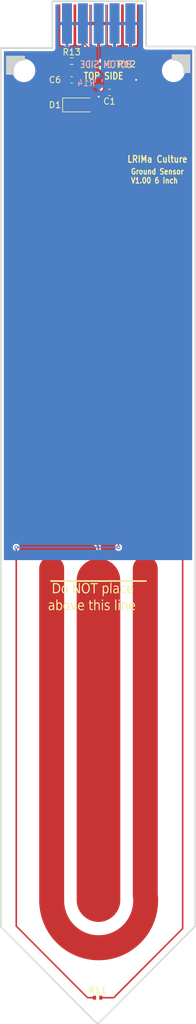
<source format=kicad_pcb>
(kicad_pcb (version 20241229) (generator "pcbnew") (generator_version "9.0")
  (layers (0 "F.Cu" signal "Top Layer") (2 "B.Cu" signal "Bottom Layer") (13 "F.Paste" user "Top Paste Mask Layer") (15 "B.Paste" user "Bottom Paste Mask Layer") (5 "F.SilkS" user "Top Silkscreen Layer") (7 "B.SilkS" user "Bottom Silkscreen Layer") (1 "F.Mask" user "Top Solder Mask Layer") (3 "B.Mask" user "Bottom Solder Mask Layer") (25 "Edge.Cuts" user "Multi-Layer"))
  (net 0 "")
  (net 1 "GND")
  (net 2 "IN_CLOCK_GND_HUM")
  (net 3 "GROUND_TEMP_ENABLE")
  (net 4 "AOUT_GND_HUM")
  (net 5 "AOUT_GND_TEMP")
  (net 6 "BOT_RESI")
  (footprint "MountingHole:MountingHole_3.2mm_M3" (layer "F.Cu") (at 138 32.5)
    (property "Reference" "H1" (hide yes))
    (property "Value" "MountingHole" (hide yes))
    (pad "" np_thru_hole circle (at 0 0) (size 3.2 3.2) (drill 3.2) (layers "*.Cu" "*.Mask"))
  )
  (footprint "Capacitor_SMD:C_0603_1608Metric" (layer "F.Cu") (at 151.725 36 180)
    (property "Reference" "C1" (at 0 -1.43 0) (layer "F.SilkS"))
    (property "Value" "10nF")
    (fp_line (start -0.14058 0.51) (end 0.14058 0.51) (stroke (width 0.12)) (layer "F.SilkS"))
    (fp_line (start -0.14058 -0.51) (end 0.14058 -0.51) (stroke (width 0.12)) (layer "F.SilkS"))
    (pad "1" smd roundrect (at -0.775 0 180) (size 0.9 0.95) (layers "F.Cu" "F.Mask" "F.Paste") (net 5 "AOUT_GND_TEMP"))
    (pad "2" smd roundrect (at 0.775 0 180) (size 0.9 0.95) (layers "F.Cu" "F.Mask" "F.Paste") (net 1 "GND"))
  )
  (footprint "Connector_PCBEdge:Edge_Finger_5P" (layer "F.Cu") (at 149.771568 25.32)
    (property "Reference" "J1" (hide yes))
    (property "Value" "Finger Join" (hide yes))
    (pad "1" connect roundrect (at -4.848431 -0.32 270) (size 6.46 1.6) (layers "B.Cu" "B.Mask") (roundrect_rratio 0) (chamfer_ratio 0.2) (chamfer) (net 1 "GND"))
    (pad "2" connect roundrect (at -4.851568 -0.32 90) (size 6.46 1.6) (layers "F.Cu" "F.Mask") (roundrect_rratio 0) (chamfer_ratio 0.2) (chamfer) (net 4 "AOUT_GND_HUM"))
    (pad "3" connect roundrect (at -2.308431 -0.32 270) (size 6.46 1.6) (layers "B.Cu" "B.Mask") (roundrect_rratio 0) (chamfer_ratio 0.2) (chamfer) (net 1 "GND"))
    (pad "4" connect roundrect (at -2.311568 -0.32 90) (size 6.46 1.6) (layers "F.Cu" "F.Mask") (roundrect_rratio 0) (chamfer_ratio 0.2) (chamfer) (net 2 "IN_CLOCK_GND_HUM"))
    (pad "5" connect roundrect (at 0.231569 -0.32 270) (size 6.46 1.6) (layers "B.Cu" "B.Mask") (roundrect_rratio 0) (chamfer_ratio 0.2) (chamfer) (net 6 "BOT_RESI"))
    (pad "6" connect roundrect (at 0.228432 -0.32 90) (size 6.46 1.6) (layers "F.Cu" "F.Mask") (roundrect_rratio 0) (chamfer_ratio 0.2) (chamfer) (net 1 "GND"))
    (pad "7" connect roundrect (at 2.771569 -0.32 270) (size 6.46 1.6) (layers "B.Cu" "B.Mask") (roundrect_rratio 0) (chamfer_ratio 0.2) (chamfer) (net 1 "GND"))
    (pad "8" connect roundrect (at 2.768432 -0.32 90) (size 6.46 1.6) (layers "F.Cu" "F.Mask") (roundrect_rratio 0) (chamfer_ratio 0.2) (chamfer) (net 5 "AOUT_GND_TEMP"))
    (pad "9" connect roundrect (at 5.311569 -0.32 270) (size 6.46 1.6) (layers "B.Cu" "B.Mask") (roundrect_rratio 0) (chamfer_ratio 0.2) (chamfer) (net 1 "GND"))
    (pad "10" connect roundrect (at 5.308432 -0.32 90) (size 6.46 1.6) (layers "F.Cu" "F.Mask") (roundrect_rratio 0) (chamfer_ratio 0.2) (chamfer) (net 3 "GROUND_TEMP_ENABLE"))
  )
  (footprint "Diode_SMD:D_MiniMELF" (layer "F.Cu") (at 146.89 38)
    (property "Reference" "D1" (at -3.89 0 0) (layer "F.SilkS"))
    (property "Value" "LL4148")
    (fp_line (start -2.66 -1.11) (end -2.66 1.11) (stroke (width 0.12)) (layer "F.SilkS"))
    (fp_line (start -2.66 1.11) (end 1.75 1.11) (stroke (width 0.12)) (layer "F.SilkS"))
    (fp_line (start 1.75 -1.11) (end -2.66 -1.11) (stroke (width 0.12)) (layer "F.SilkS"))
    (pad "1" smd roundrect (at -1.75 0) (size 1.3 1.7) (layers "F.Cu" "F.Mask" "F.Paste") (roundrect_rratio 0.1923076923) (net 4 "AOUT_GND_HUM"))
    (pad "2" smd roundrect (at 1.75 0) (size 1.3 1.7) (layers "F.Cu" "F.Mask" "F.Paste") (roundrect_rratio 0.1923076923) (net 2 "IN_CLOCK_GND_HUM"))
  )
  (footprint "Resistor_SMD:R_0402_1005Metric" (layer "F.Cu") (at 149.8385 180.5)
    (property "Reference" "R11" (at 0 -1.17 0) (layer "F.SilkS"))
    (property "Value" "NCP15XH103F03RC")
    (fp_line (start -0.153641 -0.38) (end 0.153641 -0.38) (stroke (width 0.12)) (layer "F.SilkS"))
    (fp_line (start -0.153641 0.38) (end 0.153641 0.38) (stroke (width 0.12)) (layer "F.SilkS"))
    (pad "1" smd roundrect (at -0.51 0) (size 0.54 0.64) (layers "F.Cu" "F.Mask" "F.Paste") (net 5 "AOUT_GND_TEMP"))
    (pad "2" smd roundrect (at 0.51 0) (size 0.54 0.64) (layers "F.Cu" "F.Mask" "F.Paste") (net 3 "GROUND_TEMP_ENABLE"))
  )
  (footprint "Resistor_SMD:R_0603_1608Metric" (layer "F.Cu") (at 145.675 31)
    (property "Reference" "R13" (at 0 -1.43 0) (layer "F.SilkS"))
    (property "Value" "1MΩ")
    (fp_line (start -0.237258 -0.5225) (end 0.237258 -0.5225) (stroke (width 0.12)) (layer "F.SilkS"))
    (fp_line (start -0.237258 0.5225) (end 0.237258 0.5225) (stroke (width 0.12)) (layer "F.SilkS"))
    (pad "1" smd roundrect (at -0.825 0) (size 0.8 0.95) (layers "F.Cu" "F.Mask" "F.Paste") (net 4 "AOUT_GND_HUM"))
    (pad "2" smd roundrect (at 0.825 0) (size 0.8 0.95) (layers "F.Cu" "F.Mask" "F.Paste") (net 1 "GND"))
  )
  (footprint "MountingHole:MountingHole_3.2mm_M3" (layer "F.Cu") (at 162 32.5)
    (property "Reference" "H2" (hide yes))
    (property "Value" "MountingHole" (hide yes))
    (pad "" np_thru_hole circle (at 0 0) (size 3.2 3.2) (drill 3.2) (layers "*.Cu" "*.Mask"))
  )
  (footprint "Resistor_SMD:R_0603_1608Metric" (layer "F.Cu") (at 151.675 31.5)
    (property "Reference" "R12" (at 2.825 0 0) (layer "F.SilkS"))
    (property "Value" "10kΩ")
    (fp_line (start -0.237258 -0.5225) (end 0.237258 -0.5225) (stroke (width 0.12)) (layer "F.SilkS"))
    (fp_line (start -0.237258 0.5225) (end 0.237258 0.5225) (stroke (width 0.12)) (layer "F.SilkS"))
    (pad "1" smd roundrect (at -0.825 0) (size 0.8 0.95) (layers "F.Cu" "F.Mask" "F.Paste") (net 1 "GND"))
    (pad "2" smd roundrect (at 0.825 0) (size 0.8 0.95) (layers "F.Cu" "F.Mask" "F.Paste") (net 5 "AOUT_GND_TEMP"))
  )
  (footprint "Capacitor_SMD:C_0603_1608Metric" (layer "F.Cu") (at 145.675 34 180)
    (property "Reference" "C6" (at 2.675 0 0) (layer "F.SilkS"))
    (property "Value" "1nF")
    (fp_line (start -0.14058 0.51) (end 0.14058 0.51) (stroke (width 0.12)) (layer "F.SilkS"))
    (fp_line (start -0.14058 -0.51) (end 0.14058 -0.51) (stroke (width 0.12)) (layer "F.SilkS"))
    (pad "1" smd roundrect (at -0.775 0 180) (size 0.9 0.95) (layers "F.Cu" "F.Mask" "F.Paste") (net 1 "GND"))
    (pad "2" smd roundrect (at 0.775 0 180) (size 0.9 0.95) (layers "F.Cu" "F.Mask" "F.Paste") (net 4 "AOUT_GND_HUM"))
  )
  (footprint "Resistor_SMD:R_0603_1608Metric" (layer "B.Cu") (at 150 34.175 -90)
    (property "Reference" "R14" (at 0.325 2 180) (layer "B.SilkS") (effects (justify mirror)))
    (property "Value" "10kΩ")
    (fp_line (start -0.237258 0.5225) (end 0.237258 0.5225) (stroke (width 0.12)) (layer "B.SilkS"))
    (fp_line (start -0.237258 -0.5225) (end 0.237258 -0.5225) (stroke (width 0.12)) (layer "B.SilkS"))
    (pad "1" smd roundrect (at -0.825 0 270) (size 0.8 0.95) (layers "B.Cu" "B.Mask" "B.Paste") (net 6 "BOT_RESI"))
    (pad "2" smd roundrect (at 0.825 0 270) (size 0.8 0.95) (layers "B.Cu" "B.Mask" "B.Paste") (net 1 "GND"))
  )
  (gr_arc (start 157.4705 164.064) (mid 150.469665 172.515932) (end 142.4705 165.0015) (stroke (width 4)) (layer "F.Cu") (net 1))
  (gr_line (start 142.3505 113.993) (end 157.5905 113.993) (stroke (width 0.254)) (layer "F.SilkS"))
  (gr_line (start 165.494 169.078) (end 165.494 28.6715) (stroke (width 0.254)) (layer "Edge.Cuts"))
  (gr_line (start 134.311 28.926) (end 134.311 169.2055) (stroke (width 0.254)) (layer "Edge.Cuts"))
  (gr_line (start 165.494 28.6715) (end 157.62 28.6715) (stroke (width 0.254)) (layer "Edge.Cuts"))
  (gr_line (start 134.311 169.2055) (end 149.677 184.572) (stroke (width 0.254)) (layer "Edge.Cuts"))
  (gr_line (start 142.5735 21.4565) (end 142.5735 28.926) (stroke (width 0.254)) (layer "Edge.Cuts"))
  (gr_line (start 157.62 28.6715) (end 157.62 21.4565) (stroke (width 0.254)) (layer "Edge.Cuts"))
  (gr_line (start 149.677 184.572) (end 150 184.572) (stroke (width 0.254)) (layer "Edge.Cuts"))
  (gr_line (start 150 184.572) (end 165.494 169.078) (stroke (width 0.254)) (layer "Edge.Cuts"))
  (gr_line (start 142.5735 28.926) (end 134.311 28.926) (stroke (width 0.254)) (layer "Edge.Cuts"))
  (gr_line (start 157.62 21.4565) (end 142.5735 21.4565) (stroke (width 0.254)) (layer "Edge.Cuts"))
  (gr_text "TOP SIDE" (at 147.5 34 360) (layer "F.SilkS") (effects (font (size 1.067 0.9145) (thickness 0.203)) (justify left bottom)))
  (gr_text " Do NOT place \nabove this line" (at 141.872 118.913 0) (layer "F.SilkS") (effects (font (size 1.6 1.3715) (thickness 0.254)) (justify left bottom)))
  (gr_text "Ground Sensor\nV1.00 6 inch" (at 155.08 50.587 360) (layer "F.SilkS") (effects (font (size 0.889 0.762) (thickness 0.203)) (justify left bottom)))
  (gr_text "LRIMa Culture" (at 154.5 47.285 0) (layer "F.SilkS") (effects (font (size 1.067 0.9145) (thickness 0.203)) (justify left bottom)))
  (gr_text "BOTOM SIDE" (at 155.461 32.172 -360) (layer "B.SilkS") (effects (font (size 1.067 0.9145) (thickness 0.203)) (justify left bottom mirror)))
  (segment (start 142.507 108.626) (end 142.507 111.997) (width 0.381) (layer "F.Cu") (net 1))
  (segment (start 142.507 111.997) (end 142.4705 112.033) (width 0.381) (layer "F.Cu") (net 1))
  (segment (start 157.493 112.011) (end 157.493 108.88) (width 0.381) (layer "F.Cu") (net 1))
  (segment (start 142.4705 112.033) (end 142.4705 165.0015) (width 4) (layer "F.Cu") (net 1))
  (segment (start 157.4705 164.064) (end 157.4705 112.033) (width 4) (layer "F.Cu") (net 1))
  (segment (start 157.4705 112.033) (end 157.493 112.011) (width 0.381) (layer "F.Cu") (net 1))
  (via (at 150 36.675) (size 0.6) (drill 0.3) (layers "F.Cu" "B.Cu") (net 1))
  (via (at 156 34) (size 0.6) (drill 0.3) (layers "F.Cu" "B.Cu") (net 1))
  (segment (start 149.9705 108.4695) (end 148.958 107.457) (width 0.254) (layer "F.Cu") (net 2))
  (segment (start 148.25 41.394) (end 148.958 42.102) (width 0.2) (layer "F.Cu") (net 2))
  (segment (start 147.46 27.96) (end 148.25 28.75) (width 0.2) (layer "F.Cu") (net 2))
  (segment (start 149.9705 113.906) (end 149.9705 108.4695) (width 0.254) (layer "F.Cu") (net 2))
  (segment (start 147.46 25) (end 147.46 27.96) (width 0.2) (layer "F.Cu") (net 2))
  (segment (start 149.9705 164.906) (end 149.9705 113.906) (width 7) (layer "F.Cu") (net 2))
  (segment (start 148.25 28.75) (end 148.25 41.394) (width 0.2) (layer "F.Cu") (net 2))
  (segment (start 148.958 107.457) (end 148.958 42.102) (width 0.254) (layer "F.Cu") (net 2))
  (segment (start 156.096 104.181) (end 163.081 104.181) (width 0.254) (layer "F.Cu") (net 3))
  (segment (start 152.421 180.5) (end 150.5 180.5) (width 0.254) (layer "F.Cu") (net 3))
  (segment (start 163.462 104.562) (end 163.462 169.459) (width 0.254) (layer "F.Cu") (net 3))
  (segment (start 155.08 25) (end 155.08 37.633) (width 0.2) (layer "F.Cu") (net 3))
  (segment (start 155.9165 38.4695) (end 155.9165 104.0015) (width 0.254) (layer "F.Cu") (net 3))
  (segment (start 155.6365 38.1895) (end 155.9165 38.4695) (width 0.254) (layer "F.Cu") (net 3))
  (segment (start 155.9165 104.0015) (end 156.096 104.181) (width 0.254) (layer "F.Cu") (net 3))
  (segment (start 163.081 104.181) (end 163.462 104.562) (width 0.254) (layer "F.Cu") (net 3))
  (segment (start 155.08 37.633) (end 155.6365 38.1895) (width 0.2) (layer "F.Cu") (net 3))
  (segment (start 163.462 169.459) (end 152.421 180.5) (width 0.254) (layer "F.Cu") (net 3))
  (segment (start 145.14 34.24) (end 144.9 34) (width 0.2) (layer "F.Cu") (net 4))
  (segment (start 144.92 25) (end 144.92 37.78) (width 0.2) (layer "F.Cu") (net 4))
  (segment (start 144.95 33.95) (end 144.9 34) (width 0.2) (layer "F.Cu") (net 4))
  (segment (start 144.92 37.78) (end 145.14 38) (width 0.2) (layer "F.Cu") (net 4))
  (segment (start 144.92 25) (end 144.75 25.17) (width 0.2) (layer "F.Cu") (net 4))
  (segment (start 148.214 180.5) (end 149.3285 180.5) (width 0.254) (layer "F.Cu") (net 5))
  (segment (start 136.792 108.626) (end 136.792 169.078) (width 0.254) (layer "F.Cu") (net 5))
  (segment (start 136.792 169.078) (end 148.214 180.5) (width 0.254) (layer "F.Cu") (net 5))
  (segment (start 152.54 36.7525) (end 152.54 25) (width 0.254) (layer "F.Cu") (net 5))
  (segment (start 153.1665 43.4665) (end 152.9125 43.2125) (width 0.254) (layer "F.Cu") (net 5))
  (segment (start 153.175 108.626) (end 153.1665 43.4665) (width 0.254) (layer "F.Cu") (net 5))
  (segment (start 152.9125 37.125) (end 152.54 36.7525) (width 0.254) (layer "F.Cu") (net 5))
  (segment (start 152.9125 43.2125) (end 152.9125 37.125) (width 0.254) (layer "F.Cu") (net 5))
  (via (at 136.792 108.626) (size 0.61) (drill 0.305) (layers "F.Cu" "B.Cu") (net 5))
  (via (at 153.175 108.626) (size 0.61) (drill 0.305) (layers "F.Cu" "B.Cu") (net 5))
  (segment (start 136.792 108.626) (end 153.175 108.626) (width 0.254) (layer "B.Cu") (net 5))
  (segment (start 150.003137 25) (end 150 25.003137) (width 0.2) (layer "B.Cu") (net 6))
  (segment (start 150 25.003137) (end 150 33.35) (width 0.2) (layer "B.Cu") (net 6))
  (zone (net 1) (net_name "GND") (layer "F.Cu") (priority 500) (connect_pads (clearance 0.254)) (min_thickness 0.127) (fill yes (thermal_gap 0.5) (thermal_bridge_width 0.5))
    (polygon (pts (xy 134.506 21.25) (xy 165.367 21.25) (xy 165.367 109.769) (xy 134.506 109.769)))
  )
  (zone (net 1) (net_name "GND") (layer "B.Cu") (priority 500) (connect_pads (clearance 0.254)) (min_thickness 0.127) (fill yes (thermal_gap 0.5) (thermal_bridge_width 0.5))
    (polygon (pts (xy 134.633 21.377) (xy 165.494 21.377) (xy 165.494 110.658) (xy 134.633 110.658)))
  )
  (zone (net 0) (net_name "") (layer "Edge.Cuts") (priority 500) (connect_pads (clearance 0.254)) (min_thickness 0.127) (fill yes (thermal_gap 0.5) (thermal_bridge_width 0.5))
    (polygon (pts (xy 135.145698 30.144698) (xy 135.145698 33.183302) (xy 138.184302 33.183302) (xy 138.184302 30.144698)))
  )
  (zone (net 0) (net_name "") (layer "Edge.Cuts") (priority 500) (connect_pads (clearance 0.254)) (min_thickness 0.127) (fill yes (thermal_gap 0.5) (thermal_bridge_width 0.5))
    (polygon (pts (xy 161.712624 29.914624) (xy 161.712624 32.905376) (xy 164.703376 32.905376) (xy 164.703376 29.914624)))
  )
)
</source>
